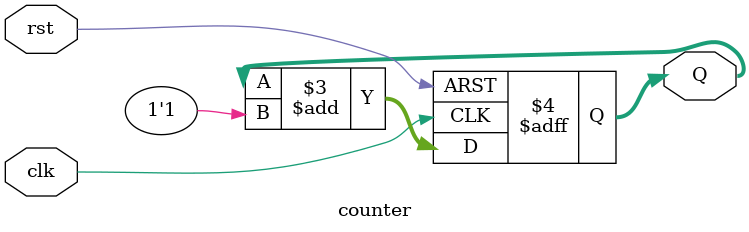
<source format=v>
module counter (Q, clk, rst);
    
    output reg[3:0] Q;
    input wire clk, rst;

    always@(posedge clk or negedge rst)
    begin
        if (!rst)
            Q <= 4'd0;
        else
            Q <= Q + 1'd1;
    end


endmodule
</source>
